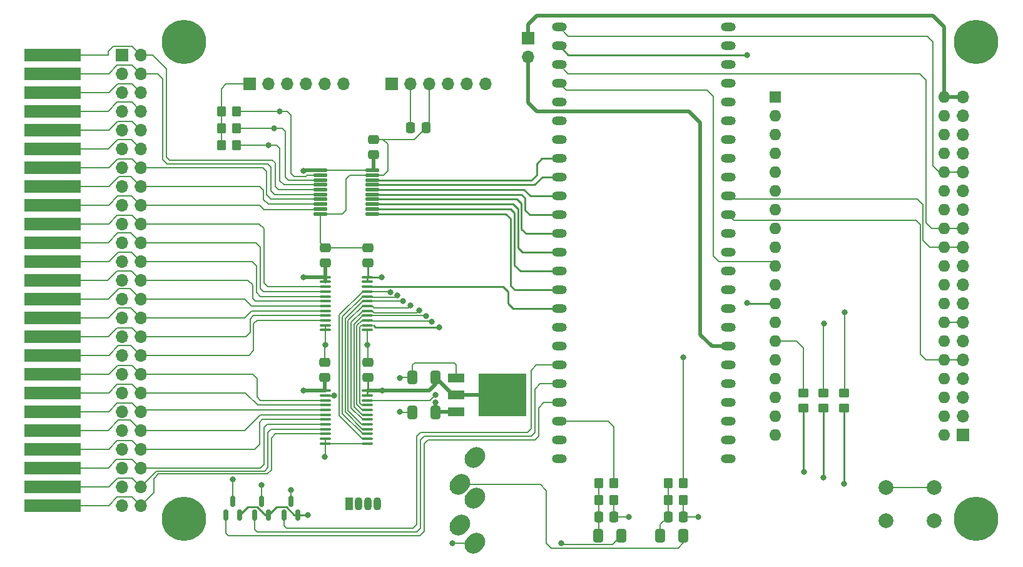
<source format=gbr>
%TF.GenerationSoftware,KiCad,Pcbnew,(6.0.11)*%
%TF.CreationDate,2023-04-29T22:06:12-07:00*%
%TF.ProjectId,TRS-IO-M3,5452532d-494f-42d4-9d33-2e6b69636164,rev?*%
%TF.SameCoordinates,Original*%
%TF.FileFunction,Copper,L1,Top*%
%TF.FilePolarity,Positive*%
%FSLAX46Y46*%
G04 Gerber Fmt 4.6, Leading zero omitted, Abs format (unit mm)*
G04 Created by KiCad (PCBNEW (6.0.11)) date 2023-04-29 22:06:12*
%MOMM*%
%LPD*%
G01*
G04 APERTURE LIST*
G04 Aperture macros list*
%AMRoundRect*
0 Rectangle with rounded corners*
0 $1 Rounding radius*
0 $2 $3 $4 $5 $6 $7 $8 $9 X,Y pos of 4 corners*
0 Add a 4 corners polygon primitive as box body*
4,1,4,$2,$3,$4,$5,$6,$7,$8,$9,$2,$3,0*
0 Add four circle primitives for the rounded corners*
1,1,$1+$1,$2,$3*
1,1,$1+$1,$4,$5*
1,1,$1+$1,$6,$7*
1,1,$1+$1,$8,$9*
0 Add four rect primitives between the rounded corners*
20,1,$1+$1,$2,$3,$4,$5,0*
20,1,$1+$1,$4,$5,$6,$7,0*
20,1,$1+$1,$6,$7,$8,$9,0*
20,1,$1+$1,$8,$9,$2,$3,0*%
%AMHorizOval*
0 Thick line with rounded ends*
0 $1 width*
0 $2 $3 position (X,Y) of the first rounded end (center of the circle)*
0 $4 $5 position (X,Y) of the second rounded end (center of the circle)*
0 Add line between two ends*
20,1,$1,$2,$3,$4,$5,0*
0 Add two circle primitives to create the rounded ends*
1,1,$1,$2,$3*
1,1,$1,$4,$5*%
G04 Aperture macros list end*
%TA.AperFunction,SMDPad,CuDef*%
%ADD10RoundRect,0.112500X-0.837500X-0.112500X0.837500X-0.112500X0.837500X0.112500X-0.837500X0.112500X0*%
%TD*%
%TA.AperFunction,ComponentPad*%
%ADD11C,6.000000*%
%TD*%
%TA.AperFunction,ComponentPad*%
%ADD12C,0.800000*%
%TD*%
%TA.AperFunction,SMDPad,CuDef*%
%ADD13RoundRect,0.250000X0.350000X0.450000X-0.350000X0.450000X-0.350000X-0.450000X0.350000X-0.450000X0*%
%TD*%
%TA.AperFunction,SMDPad,CuDef*%
%ADD14RoundRect,0.250000X-0.450000X0.350000X-0.450000X-0.350000X0.450000X-0.350000X0.450000X0.350000X0*%
%TD*%
%TA.AperFunction,ComponentPad*%
%ADD15R,1.700000X1.700000*%
%TD*%
%TA.AperFunction,ComponentPad*%
%ADD16O,1.700000X1.700000*%
%TD*%
%TA.AperFunction,SMDPad,CuDef*%
%ADD17RoundRect,0.250000X-0.475000X0.337500X-0.475000X-0.337500X0.475000X-0.337500X0.475000X0.337500X0*%
%TD*%
%TA.AperFunction,ComponentPad*%
%ADD18O,2.000000X1.200000*%
%TD*%
%TA.AperFunction,SMDPad,CuDef*%
%ADD19RoundRect,0.250000X0.475000X-0.337500X0.475000X0.337500X-0.475000X0.337500X-0.475000X-0.337500X0*%
%TD*%
%TA.AperFunction,SMDPad,CuDef*%
%ADD20R,2.200000X1.200000*%
%TD*%
%TA.AperFunction,SMDPad,CuDef*%
%ADD21R,6.400000X5.800000*%
%TD*%
%TA.AperFunction,SMDPad,CuDef*%
%ADD22RoundRect,0.100000X-0.637500X-0.100000X0.637500X-0.100000X0.637500X0.100000X-0.637500X0.100000X0*%
%TD*%
%TA.AperFunction,ComponentPad*%
%ADD23HorizOval,2.400000X-0.212132X-0.212132X0.212132X0.212132X0*%
%TD*%
%TA.AperFunction,SMDPad,CuDef*%
%ADD24RoundRect,0.150000X0.150000X-0.587500X0.150000X0.587500X-0.150000X0.587500X-0.150000X-0.587500X0*%
%TD*%
%TA.AperFunction,SMDPad,CuDef*%
%ADD25RoundRect,0.250000X-0.350000X-0.450000X0.350000X-0.450000X0.350000X0.450000X-0.350000X0.450000X0*%
%TD*%
%TA.AperFunction,SMDPad,CuDef*%
%ADD26RoundRect,0.250000X0.412500X0.650000X-0.412500X0.650000X-0.412500X-0.650000X0.412500X-0.650000X0*%
%TD*%
%TA.AperFunction,ComponentPad*%
%ADD27R,1.600000X1.600000*%
%TD*%
%TA.AperFunction,ComponentPad*%
%ADD28O,1.600000X1.600000*%
%TD*%
%TA.AperFunction,SMDPad,CuDef*%
%ADD29RoundRect,0.250000X-0.337500X-0.475000X0.337500X-0.475000X0.337500X0.475000X-0.337500X0.475000X0*%
%TD*%
%TA.AperFunction,ConnectorPad*%
%ADD30R,7.620000X1.778000*%
%TD*%
%TA.AperFunction,ComponentPad*%
%ADD31R,1.070000X1.800000*%
%TD*%
%TA.AperFunction,ComponentPad*%
%ADD32O,1.070000X1.800000*%
%TD*%
%TA.AperFunction,ComponentPad*%
%ADD33C,2.000000*%
%TD*%
%TA.AperFunction,ViaPad*%
%ADD34C,0.800000*%
%TD*%
%TA.AperFunction,Conductor*%
%ADD35C,0.200000*%
%TD*%
%TA.AperFunction,Conductor*%
%ADD36C,0.500380*%
%TD*%
%TA.AperFunction,Conductor*%
%ADD37C,0.250000*%
%TD*%
G04 APERTURE END LIST*
D10*
%TO.P,U3,1,A->B*%
%TO.N,+3V3*%
X143200000Y-78375000D03*
%TO.P,U3,2,A0*%
%TO.N,HSYNC*%
X143200000Y-79025000D03*
%TO.P,U3,3,A1*%
%TO.N,VSYNC*%
X143200000Y-79675000D03*
%TO.P,U3,4,A2*%
%TO.N,VIDEO*%
X143200000Y-80325000D03*
%TO.P,U3,5,A3*%
%TO.N,_IORQ*%
X143200000Y-80975000D03*
%TO.P,U3,6,A4*%
%TO.N,_M1*%
X143200000Y-81625000D03*
%TO.P,U3,7,A5*%
%TO.N,_RESET*%
X143200000Y-82275000D03*
%TO.P,U3,8,A6*%
%TO.N,_OUT*%
X143200000Y-82925000D03*
%TO.P,U3,9,A7*%
%TO.N,_IN*%
X143200000Y-83575000D03*
%TO.P,U3,10,GND*%
%TO.N,GND*%
X143200000Y-84225000D03*
%TO.P,U3,11,B7*%
%TO.N,_INX*%
X150200000Y-84225000D03*
%TO.P,U3,12,B6*%
%TO.N,_OUTX*%
X150200000Y-83575000D03*
%TO.P,U3,13,B5*%
%TO.N,_RESETX*%
X150200000Y-82925000D03*
%TO.P,U3,14,B4*%
%TO.N,_M1X*%
X150200000Y-82275000D03*
%TO.P,U3,15,B3*%
%TO.N,_IORQX*%
X150200000Y-81625000D03*
%TO.P,U3,16,B2*%
%TO.N,VIDEOX*%
X150200000Y-80975000D03*
%TO.P,U3,17,B1*%
%TO.N,VSYNCX*%
X150200000Y-80325000D03*
%TO.P,U3,18,B0*%
%TO.N,HSYNCX*%
X150200000Y-79675000D03*
%TO.P,U3,19,CE*%
%TO.N,GND*%
X150200000Y-79025000D03*
%TO.P,U3,20,VCC*%
%TO.N,+3V3*%
X150200000Y-78375000D03*
%TD*%
D11*
%TO.P,H1,1,1*%
%TO.N,GND*%
X124714000Y-60960000D03*
D12*
X126304990Y-62550990D03*
X123123010Y-59369010D03*
X126964000Y-60960000D03*
X124714000Y-58710000D03*
X122464000Y-60960000D03*
X124714000Y-63210000D03*
X126304990Y-59369010D03*
X123123010Y-62550990D03*
%TD*%
%TO.P,H2,1,1*%
%TO.N,GND*%
X233540990Y-62550990D03*
X234200000Y-60960000D03*
D11*
X231950000Y-60960000D03*
D12*
X229700000Y-60960000D03*
X230359010Y-62550990D03*
X230359010Y-59369010D03*
X233540990Y-59369010D03*
X231950000Y-63210000D03*
X231950000Y-58710000D03*
%TD*%
%TO.P,H3,1,1*%
%TO.N,GND*%
X126964000Y-125476000D03*
X124714000Y-127726000D03*
X126304990Y-123885010D03*
X123123010Y-127066990D03*
D11*
X124714000Y-125476000D03*
D12*
X122464000Y-125476000D03*
X124714000Y-123226000D03*
X126304990Y-127066990D03*
X123123010Y-123885010D03*
%TD*%
%TO.P,H4,1,1*%
%TO.N,GND*%
X233540990Y-123885010D03*
X229700000Y-125476000D03*
X233540990Y-127066990D03*
X231950000Y-127726000D03*
X230359010Y-123885010D03*
X234200000Y-125476000D03*
X231950000Y-123226000D03*
X230359010Y-127066990D03*
D11*
X231950000Y-125476000D03*
%TD*%
D13*
%TO.P,R9,1*%
%TO.N,VSYNC*%
X131810000Y-72644000D03*
%TO.P,R9,2*%
%TO.N,GND*%
X129810000Y-72644000D03*
%TD*%
%TO.P,R8,1*%
%TO.N,HSYNC*%
X131810000Y-70358000D03*
%TO.P,R8,2*%
%TO.N,GND*%
X129810000Y-70358000D03*
%TD*%
D14*
%TO.P,R1,1*%
%TO.N,LED_RED*%
X208534000Y-108474000D03*
%TO.P,R1,2*%
%TO.N,Net-(D1-Pad1)*%
X208534000Y-110474000D03*
%TD*%
%TO.P,R2,1*%
%TO.N,LED_GREEN*%
X214068000Y-108474000D03*
%TO.P,R2,2*%
%TO.N,Net-(D1-Pad4)*%
X214068000Y-110474000D03*
%TD*%
D15*
%TO.P,J5,1,Pin_1*%
%TO.N,GND*%
X133600000Y-66675000D03*
D16*
%TO.P,J5,2,Pin_2*%
%TO.N,VIDEO*%
X136140000Y-66675000D03*
%TO.P,J5,3,Pin_3*%
%TO.N,GND*%
X138680000Y-66675000D03*
%TO.P,J5,4,Pin_4*%
%TO.N,VSYNC*%
X141220000Y-66675000D03*
%TO.P,J5,5,Pin_5*%
%TO.N,GND*%
X143760000Y-66675000D03*
%TO.P,J5,6,Pin_6*%
%TO.N,HSYNC*%
X146300000Y-66675000D03*
%TD*%
D17*
%TO.P,C6,1*%
%TO.N,GND*%
X149650000Y-104312500D03*
%TO.P,C6,2*%
%TO.N,+1V8*%
X149650000Y-106387500D03*
%TD*%
D18*
%TO.P,U5,1,Pad_38*%
%TO.N,CS_SD_CARD*%
X175520000Y-58985000D03*
%TO.P,U5,2,Pad_37*%
%TO.N,MOSI*%
X175520000Y-61525000D03*
%TO.P,U5,3,Pad_36*%
%TO.N,SCK*%
X175520000Y-64065000D03*
%TO.P,U5,4,Pad_39*%
%TO.N,MISO*%
X175520000Y-66605000D03*
%TO.P,U5,5,Pad_25*%
%TO.N,HSYNC_O*%
X175520000Y-69145000D03*
%TO.P,U5,6,Pad_26*%
%TO.N,VSYNC_O*%
X175520000Y-71685000D03*
%TO.P,U5,7,Pad_27*%
%TO.N,VIDEO_O*%
X175520000Y-74225000D03*
%TO.P,U5,8,Pad_28*%
%TO.N,HSYNCX*%
X175520000Y-76765000D03*
%TO.P,U5,9,Pad_29*%
%TO.N,VSYNCX*%
X175520000Y-79305000D03*
%TO.P,U5,10,Pad_30*%
%TO.N,VIDEOX*%
X175520000Y-81845000D03*
%TO.P,U5,11,Pad_33*%
%TO.N,_IORQX*%
X175520000Y-84385000D03*
%TO.P,U5,12,Pad_34*%
%TO.N,_M1X*%
X175520000Y-86925000D03*
%TO.P,U5,13,Pad_40*%
%TO.N,_RESETX*%
X175520000Y-89465000D03*
%TO.P,U5,14,Pad_35*%
%TO.N,_OUTX*%
X175520000Y-92005000D03*
%TO.P,U5,15,Pad_41*%
%TO.N,_INX*%
X175520000Y-94545000D03*
%TO.P,U5,16,Pad_42*%
%TO.N,ABUS_SEL_N*%
X175520000Y-97085000D03*
%TO.P,U5,17,Pad_51*%
%TO.N,READ_N*%
X175520000Y-99625000D03*
%TO.P,U5,18,Pad_53*%
%TO.N,DBUS_SEL_N*%
X175520000Y-102165000D03*
%TO.P,U5,19,Pad_54*%
%TO.N,INT*%
X175520000Y-104705000D03*
%TO.P,U5,20,Pad_55*%
%TO.N,WAIT*%
X175520000Y-107245000D03*
%TO.P,U5,21,Pad_56*%
%TO.N,EXTIOSEL*%
X175520000Y-109785000D03*
%TO.P,U5,22,Pad_57*%
%TO.N,CASS_OUT_LEFT*%
X175520000Y-112325000D03*
%TO.P,U5,23,Pad_68*%
%TO.N,unconnected-(U5-Pad23)*%
X175520000Y-114865000D03*
%TO.P,U5,24,Pad_69*%
%TO.N,unconnected-(U5-Pad24)*%
X175520000Y-117405000D03*
%TO.P,U5,25,3V3*%
%TO.N,+3V3*%
X198420000Y-117405000D03*
%TO.P,U5,26,GND*%
%TO.N,GND*%
X198420000Y-114865000D03*
%TO.P,U5,27,Pad_32*%
%TO.N,ESP_S2*%
X198420000Y-112325000D03*
%TO.P,U5,28,Pad_31*%
%TO.N,ESP_S1*%
X198420000Y-109785000D03*
%TO.P,U5,29,Pad_49*%
%TO.N,ESP_S0*%
X198420000Y-107245000D03*
%TO.P,U5,30,Pad_48*%
%TO.N,CS_FPGA*%
X198420000Y-104705000D03*
%TO.P,U5,31,5V*%
%TO.N,VU*%
X198420000Y-102165000D03*
%TO.P,U5,32,Pad_70*%
%TO.N,unconnected-(U5-Pad32)*%
X198420000Y-99625000D03*
%TO.P,U5,33,Pad_71*%
%TO.N,unconnected-(U5-Pad33)*%
X198420000Y-97085000D03*
%TO.P,U5,34,Pad_72*%
%TO.N,unconnected-(U5-Pad34)*%
X198420000Y-94545000D03*
%TO.P,U5,35,Pad_73*%
%TO.N,unconnected-(U5-Pad35)*%
X198420000Y-92005000D03*
%TO.P,U5,36,Pad_74*%
%TO.N,unconnected-(U5-Pad36)*%
X198420000Y-89465000D03*
%TO.P,U5,37,Pad_75*%
%TO.N,unconnected-(U5-Pad37)*%
X198420000Y-86925000D03*
%TO.P,U5,38,Pad_76*%
%TO.N,REQ*%
X198420000Y-84385000D03*
%TO.P,U5,39,Pad_77*%
%TO.N,DONE*%
X198420000Y-81845000D03*
%TO.P,U5,40,Pad_79*%
%TO.N,A0D7*%
X198420000Y-79305000D03*
%TO.P,U5,41,Pad_80*%
%TO.N,A1D6*%
X198420000Y-76765000D03*
%TO.P,U5,42,Pad_81*%
%TO.N,A2D5*%
X198420000Y-74225000D03*
%TO.P,U5,43,Pad_82*%
%TO.N,A3D4*%
X198420000Y-71685000D03*
%TO.P,U5,44,Pad_83*%
%TO.N,A4D3*%
X198420000Y-69145000D03*
%TO.P,U5,45,Pad_84*%
%TO.N,A5D2*%
X198420000Y-66605000D03*
%TO.P,U5,46,Pad_85*%
%TO.N,A6D1*%
X198420000Y-64065000D03*
%TO.P,U5,47,Pad_86*%
%TO.N,A7D0*%
X198420000Y-61525000D03*
%TO.P,U5,48,Pad_63*%
%TO.N,CASS_OUT_RIGHT*%
X198420000Y-58985000D03*
%TD*%
D19*
%TO.P,C1,1*%
%TO.N,+3V3*%
X143850000Y-90887500D03*
%TO.P,C1,2*%
%TO.N,GND*%
X143850000Y-88812500D03*
%TD*%
D17*
%TO.P,C7,1*%
%TO.N,GND*%
X150400000Y-74162500D03*
%TO.P,C7,2*%
%TO.N,+3V3*%
X150400000Y-76237500D03*
%TD*%
D20*
%TO.P,U4,1,GND*%
%TO.N,GND*%
X161544000Y-106433000D03*
%TO.P,U4,2,VO*%
%TO.N,+1V8*%
X161544000Y-108713000D03*
D21*
X167844000Y-108713000D03*
D20*
%TO.P,U4,3,VI*%
%TO.N,+3V3*%
X161544000Y-110993000D03*
%TD*%
D22*
%TO.P,U2,1,VCCA*%
%TO.N,+3V3*%
X143837500Y-108175000D03*
%TO.P,U2,2,DIR*%
%TO.N,READ_N*%
X143837500Y-108825000D03*
%TO.P,U2,3,A1*%
%TO.N,D7*%
X143837500Y-109475000D03*
%TO.P,U2,4,A2*%
%TO.N,D6*%
X143837500Y-110125000D03*
%TO.P,U2,5,A3*%
%TO.N,D5*%
X143837500Y-110775000D03*
%TO.P,U2,6,A4*%
%TO.N,D4*%
X143837500Y-111425000D03*
%TO.P,U2,7,A5*%
%TO.N,D3*%
X143837500Y-112075000D03*
%TO.P,U2,8,A6*%
%TO.N,D2*%
X143837500Y-112725000D03*
%TO.P,U2,9,A7*%
%TO.N,D1*%
X143837500Y-113375000D03*
%TO.P,U2,10,A8*%
%TO.N,D0*%
X143837500Y-114025000D03*
%TO.P,U2,11,GND*%
%TO.N,GND*%
X143837500Y-114675000D03*
%TO.P,U2,12,GND*%
X143837500Y-115325000D03*
%TO.P,U2,13,GND*%
X149562500Y-115325000D03*
%TO.P,U2,14,B8*%
%TO.N,A7D0*%
X149562500Y-114675000D03*
%TO.P,U2,15,B7*%
%TO.N,A6D1*%
X149562500Y-114025000D03*
%TO.P,U2,16,B6*%
%TO.N,A5D2*%
X149562500Y-113375000D03*
%TO.P,U2,17,B5*%
%TO.N,A4D3*%
X149562500Y-112725000D03*
%TO.P,U2,18,B4*%
%TO.N,A3D4*%
X149562500Y-112075000D03*
%TO.P,U2,19,B3*%
%TO.N,A2D5*%
X149562500Y-111425000D03*
%TO.P,U2,20,B2*%
%TO.N,A1D6*%
X149562500Y-110775000D03*
%TO.P,U2,21,B1*%
%TO.N,A0D7*%
X149562500Y-110125000D03*
%TO.P,U2,22,OEn*%
%TO.N,DBUS_SEL_N*%
X149562500Y-109475000D03*
%TO.P,U2,23,VCCB*%
%TO.N,+1V8*%
X149562500Y-108825000D03*
%TO.P,U2,24,VCCB*%
X149562500Y-108175000D03*
%TD*%
D17*
%TO.P,C3,1*%
%TO.N,GND*%
X149600000Y-88812500D03*
%TO.P,C3,2*%
%TO.N,+1V8*%
X149600000Y-90887500D03*
%TD*%
D23*
%TO.P,J7,R*%
%TO.N,Net-(C12-Pad1)*%
X162084000Y-120878000D03*
%TO.P,J7,RN*%
%TO.N,N/C*%
X164084000Y-122678000D03*
%TO.P,J7,S*%
%TO.N,GND*%
X164084000Y-128778000D03*
%TO.P,J7,T*%
%TO.N,Net-(C11-Pad1)*%
X162084000Y-126378000D03*
%TO.P,J7,TN*%
%TO.N,N/C*%
X164084000Y-117178000D03*
%TD*%
D24*
%TO.P,Q2,1,G*%
%TO.N,WAIT*%
X134279600Y-124991100D03*
%TO.P,Q2,2,S*%
%TO.N,GND*%
X136179600Y-124991100D03*
%TO.P,Q2,3,D*%
%TO.N,_IOWAIT*%
X135229600Y-123116100D03*
%TD*%
D25*
%TO.P,R7,1*%
%TO.N,Net-(C10-Pad1)*%
X190262000Y-122936000D03*
%TO.P,R7,2*%
%TO.N,GND*%
X192262000Y-122936000D03*
%TD*%
D26*
%TO.P,C4,1*%
%TO.N,+1V8*%
X158781500Y-106338000D03*
%TO.P,C4,2*%
%TO.N,GND*%
X155656500Y-106338000D03*
%TD*%
D15*
%TO.P,J4,1,Pin_1*%
%TO.N,+5V*%
X171300000Y-60475000D03*
D16*
%TO.P,J4,2,Pin_2*%
%TO.N,VU*%
X171300000Y-63015000D03*
%TD*%
D26*
%TO.P,C12,1*%
%TO.N,Net-(C12-Pad1)*%
X192316500Y-127762000D03*
%TO.P,C12,2*%
%TO.N,Net-(C10-Pad1)*%
X189191500Y-127762000D03*
%TD*%
D27*
%TO.P,U6,1,GPIO6*%
%TO.N,unconnected-(U6-Pad1)*%
X204750000Y-68400000D03*
D28*
%TO.P,U6,2,GPIO7*%
%TO.N,unconnected-(U6-Pad2)*%
X204750000Y-70940000D03*
%TO.P,U6,3,GPIO8*%
%TO.N,unconnected-(U6-Pad3)*%
X204750000Y-73480000D03*
%TO.P,U6,4,GPIO15*%
%TO.N,CS_FPGA*%
X204750000Y-76020000D03*
%TO.P,U6,5,GPIO2*%
%TO.N,unconnected-(U6-Pad5)*%
X204750000Y-78560000D03*
%TO.P,U6,6,GPIO0*%
%TO.N,unconnected-(U6-Pad6)*%
X204750000Y-81100000D03*
%TO.P,U6,7,GPIO4*%
%TO.N,LED_GREEN*%
X204750000Y-83640000D03*
%TO.P,U6,8,GPIO16*%
%TO.N,ESP_S0*%
X204750000Y-86180000D03*
%TO.P,U6,9,GPIO17*%
%TO.N,ESP_S1*%
X204750000Y-88720000D03*
%TO.P,U6,10,GPIO5*%
%TO.N,MISO*%
X204750000Y-91260000D03*
%TO.P,U6,11,GPIO18*%
%TO.N,ESP_S2*%
X204750000Y-93800000D03*
%TO.P,U6,12,GPIO19*%
%TO.N,MOSI*%
X204750000Y-96340000D03*
%TO.P,U6,13,GND*%
%TO.N,GND*%
X204750000Y-98880000D03*
%TO.P,U6,14,GPIO21*%
%TO.N,LED_RED*%
X204750000Y-101420000D03*
%TO.P,U6,15,GPIO3*%
%TO.N,unconnected-(U6-Pad15)*%
X204750000Y-103960000D03*
%TO.P,U6,16,GPIO1*%
%TO.N,unconnected-(U6-Pad16)*%
X204750000Y-106500000D03*
%TO.P,U6,17,GPIO22*%
%TO.N,BUTTON*%
X204750000Y-109040000D03*
%TO.P,U6,18,GPIO23*%
%TO.N,unconnected-(U6-Pad18)*%
X204750000Y-111580000D03*
%TO.P,U6,19,GND*%
%TO.N,GND*%
X204750000Y-114120000D03*
%TO.P,U6,20,3V3*%
%TO.N,unconnected-(U6-Pad20)*%
X227610000Y-114120000D03*
%TO.P,U6,21,RESET*%
%TO.N,unconnected-(U6-Pad21)*%
X227610000Y-111580000D03*
%TO.P,U6,22,GPIO36*%
%TO.N,unconnected-(U6-Pad22)*%
X227610000Y-109040000D03*
%TO.P,U6,23,GPIO39*%
%TO.N,unconnected-(U6-Pad23)*%
X227610000Y-106500000D03*
%TO.P,U6,24,GPIO34*%
%TO.N,REQ*%
X227610000Y-103960000D03*
%TO.P,U6,25,GPIO35*%
%TO.N,unconnected-(U6-Pad25)*%
X227610000Y-101420000D03*
%TO.P,U6,26,GPIO32*%
%TO.N,LED_BLUE*%
X227610000Y-98880000D03*
%TO.P,U6,27,GPIO33*%
%TO.N,unconnected-(U6-Pad27)*%
X227610000Y-96340000D03*
%TO.P,U6,28,GPIO25*%
%TO.N,unconnected-(U6-Pad28)*%
X227610000Y-93800000D03*
%TO.P,U6,29,GPIO26*%
%TO.N,unconnected-(U6-Pad29)*%
X227610000Y-91260000D03*
%TO.P,U6,30,GPIO27*%
%TO.N,DONE*%
X227610000Y-88720000D03*
%TO.P,U6,31,GPIO14*%
%TO.N,SCK*%
X227610000Y-86180000D03*
%TO.P,U6,32,GPIO12*%
%TO.N,unconnected-(U6-Pad32)*%
X227610000Y-83640000D03*
%TO.P,U6,33,GND*%
%TO.N,GND*%
X227610000Y-81100000D03*
%TO.P,U6,34,GPIO13*%
%TO.N,CS_SD_CARD*%
X227610000Y-78560000D03*
%TO.P,U6,35,GPIO9*%
%TO.N,unconnected-(U6-Pad35)*%
X227610000Y-76020000D03*
%TO.P,U6,36,GPIO10*%
%TO.N,unconnected-(U6-Pad36)*%
X227610000Y-73480000D03*
%TO.P,U6,37,GPIO11*%
%TO.N,unconnected-(U6-Pad37)*%
X227610000Y-70940000D03*
%TO.P,U6,38,5V*%
%TO.N,+5V*%
X227610000Y-68463500D03*
%TD*%
D29*
%TO.P,C9,1*%
%TO.N,Net-(C11-Pad2)*%
X180826500Y-125222000D03*
%TO.P,C9,2*%
%TO.N,GND*%
X182901500Y-125222000D03*
%TD*%
D30*
%TO.P,J1,1,Pin_1*%
%TO.N,D0*%
X106934000Y-123698000D03*
%TO.P,J1,3,Pin_3*%
%TO.N,D1*%
X106934000Y-121158000D03*
%TO.P,J1,5,Pin_5*%
%TO.N,D2*%
X106934000Y-118618000D03*
%TO.P,J1,7,Pin_7*%
%TO.N,D3*%
X106934000Y-116078000D03*
%TO.P,J1,9,Pin_9*%
%TO.N,D4*%
X106934000Y-113538000D03*
%TO.P,J1,11,Pin_11*%
%TO.N,D5*%
X106934000Y-110998000D03*
%TO.P,J1,13,Pin_13*%
%TO.N,D6*%
X106934000Y-108458000D03*
%TO.P,J1,15,Pin_15*%
%TO.N,D7*%
X106934000Y-105918000D03*
%TO.P,J1,17,Pin_17*%
%TO.N,A0*%
X106934000Y-103378000D03*
%TO.P,J1,19,Pin_19*%
%TO.N,A1*%
X106934000Y-100838000D03*
%TO.P,J1,21,Pin_21*%
%TO.N,A2*%
X106934000Y-98298000D03*
%TO.P,J1,23,Pin_23*%
%TO.N,A3*%
X106934000Y-95758000D03*
%TO.P,J1,25,Pin_25*%
%TO.N,A4*%
X106934000Y-93218000D03*
%TO.P,J1,27,Pin_27*%
%TO.N,A5*%
X106934000Y-90678000D03*
%TO.P,J1,29,Pin_29*%
%TO.N,A6*%
X106934000Y-88138000D03*
%TO.P,J1,31,Pin_31*%
%TO.N,A7*%
X106934000Y-85598000D03*
%TO.P,J1,33,Pin_33*%
%TO.N,_IN*%
X106934000Y-83058000D03*
%TO.P,J1,35,Pin_35*%
%TO.N,_OUT*%
X106934000Y-80518000D03*
%TO.P,J1,37,Pin_37*%
%TO.N,_RESET*%
X106934000Y-77978000D03*
%TO.P,J1,39,Pin_39*%
%TO.N,_IOINT*%
X106934000Y-75438000D03*
%TO.P,J1,41,Pin_41*%
%TO.N,_IOWAIT*%
X106934000Y-72898000D03*
%TO.P,J1,43,Pin_43*%
%TO.N,_EXTIOSEL*%
X106934000Y-70358000D03*
%TO.P,J1,45,Pin_45*%
%TO.N,NC*%
X106934000Y-67818000D03*
%TO.P,J1,47,Pin_47*%
%TO.N,_M1*%
X106934000Y-65278000D03*
%TO.P,J1,49,Pin_49*%
%TO.N,_IORQ*%
X106934000Y-62738000D03*
%TD*%
D24*
%TO.P,Q1,1,G*%
%TO.N,INT*%
X138242000Y-124991100D03*
%TO.P,Q1,2,S*%
%TO.N,GND*%
X140142000Y-124991100D03*
%TO.P,Q1,3,D*%
%TO.N,_IOINT*%
X139192000Y-123116100D03*
%TD*%
D15*
%TO.P,J6,1,Pin_1*%
%TO.N,GND*%
X152800000Y-66675000D03*
D16*
%TO.P,J6,2,Pin_2*%
%TO.N,VIDEO_O*%
X155340000Y-66675000D03*
%TO.P,J6,3,Pin_3*%
%TO.N,GND*%
X157880000Y-66675000D03*
%TO.P,J6,4,Pin_4*%
%TO.N,VSYNC_O*%
X160420000Y-66675000D03*
%TO.P,J6,5,Pin_5*%
%TO.N,GND*%
X162960000Y-66675000D03*
%TO.P,J6,6,Pin_6*%
%TO.N,HSYNC_O*%
X165500000Y-66675000D03*
%TD*%
D14*
%TO.P,R3,1*%
%TO.N,LED_BLUE*%
X211274000Y-108474000D03*
%TO.P,R3,2*%
%TO.N,Net-(D1-Pad3)*%
X211274000Y-110474000D03*
%TD*%
D29*
%TO.P,C10,1*%
%TO.N,Net-(C10-Pad1)*%
X190224500Y-125222000D03*
%TO.P,C10,2*%
%TO.N,GND*%
X192299500Y-125222000D03*
%TD*%
D25*
%TO.P,R4,1*%
%TO.N,Net-(C11-Pad2)*%
X180864000Y-120650000D03*
%TO.P,R4,2*%
%TO.N,CASS_OUT_LEFT*%
X182864000Y-120650000D03*
%TD*%
%TO.P,R6,1*%
%TO.N,Net-(C11-Pad2)*%
X180864000Y-122936000D03*
%TO.P,R6,2*%
%TO.N,GND*%
X182864000Y-122936000D03*
%TD*%
D31*
%TO.P,D1,1,RA*%
%TO.N,Net-(D1-Pad1)*%
X147045600Y-123444000D03*
D32*
%TO.P,D1,2,K*%
%TO.N,GND*%
X148315600Y-123444000D03*
%TO.P,D1,3,BA*%
%TO.N,Net-(D1-Pad3)*%
X149585600Y-123444000D03*
%TO.P,D1,4,GA*%
%TO.N,Net-(D1-Pad4)*%
X150855600Y-123444000D03*
%TD*%
D25*
%TO.P,R5,1*%
%TO.N,Net-(C10-Pad1)*%
X190262000Y-120650000D03*
%TO.P,R5,2*%
%TO.N,CASS_OUT_RIGHT*%
X192262000Y-120650000D03*
%TD*%
D16*
%TO.P,J2,1,Pin_1*%
%TO.N,D0*%
X118867000Y-123703000D03*
%TO.P,J2,2,Pin_2*%
%TO.N,GND*%
X116327000Y-123703000D03*
%TO.P,J2,3,Pin_3*%
%TO.N,D1*%
X118867000Y-121163000D03*
%TO.P,J2,4,Pin_4*%
%TO.N,GND*%
X116327000Y-121163000D03*
%TO.P,J2,5,Pin_5*%
%TO.N,D2*%
X118867000Y-118623000D03*
%TO.P,J2,6,Pin_6*%
%TO.N,GND*%
X116327000Y-118623000D03*
%TO.P,J2,7,Pin_7*%
%TO.N,D3*%
X118867000Y-116083000D03*
%TO.P,J2,8,Pin_8*%
%TO.N,GND*%
X116327000Y-116083000D03*
%TO.P,J2,9,Pin_9*%
%TO.N,D4*%
X118867000Y-113543000D03*
%TO.P,J2,10,Pin_10*%
%TO.N,GND*%
X116327000Y-113543000D03*
%TO.P,J2,11,Pin_11*%
%TO.N,D5*%
X118867000Y-111003000D03*
%TO.P,J2,12,Pin_12*%
%TO.N,GND*%
X116327000Y-111003000D03*
%TO.P,J2,13,Pin_13*%
%TO.N,D6*%
X118867000Y-108463000D03*
%TO.P,J2,14,Pin_14*%
%TO.N,GND*%
X116327000Y-108463000D03*
%TO.P,J2,15,Pin_15*%
%TO.N,D7*%
X118867000Y-105923000D03*
%TO.P,J2,16,Pin_16*%
%TO.N,GND*%
X116327000Y-105923000D03*
%TO.P,J2,17,Pin_17*%
%TO.N,A0*%
X118867000Y-103383000D03*
%TO.P,J2,18,Pin_18*%
%TO.N,GND*%
X116327000Y-103383000D03*
%TO.P,J2,19,Pin_19*%
%TO.N,A1*%
X118867000Y-100843000D03*
%TO.P,J2,20,Pin_20*%
%TO.N,GND*%
X116327000Y-100843000D03*
%TO.P,J2,21,Pin_21*%
%TO.N,A2*%
X118867000Y-98303000D03*
%TO.P,J2,22,Pin_22*%
%TO.N,GND*%
X116327000Y-98303000D03*
%TO.P,J2,23,Pin_23*%
%TO.N,A3*%
X118867000Y-95763000D03*
%TO.P,J2,24,Pin_24*%
%TO.N,GND*%
X116327000Y-95763000D03*
%TO.P,J2,25,Pin_25*%
%TO.N,A4*%
X118867000Y-93223000D03*
%TO.P,J2,26,Pin_26*%
%TO.N,GND*%
X116327000Y-93223000D03*
%TO.P,J2,27,Pin_27*%
%TO.N,A5*%
X118867000Y-90683000D03*
%TO.P,J2,28,Pin_28*%
%TO.N,GND*%
X116327000Y-90683000D03*
%TO.P,J2,29,Pin_29*%
%TO.N,A6*%
X118867000Y-88143000D03*
%TO.P,J2,30,Pin_30*%
%TO.N,GND*%
X116327000Y-88143000D03*
%TO.P,J2,31,Pin_31*%
%TO.N,A7*%
X118867000Y-85603000D03*
%TO.P,J2,32,Pin_32*%
%TO.N,GND*%
X116327000Y-85603000D03*
%TO.P,J2,33,Pin_33*%
%TO.N,_IN*%
X118867000Y-83063000D03*
%TO.P,J2,34,Pin_34*%
%TO.N,GND*%
X116327000Y-83063000D03*
%TO.P,J2,35,Pin_35*%
%TO.N,_OUT*%
X118867000Y-80523000D03*
%TO.P,J2,36,Pin_36*%
%TO.N,GND*%
X116327000Y-80523000D03*
%TO.P,J2,37,Pin_37*%
%TO.N,_RESET*%
X118867000Y-77983000D03*
%TO.P,J2,38,Pin_38*%
%TO.N,GND*%
X116327000Y-77983000D03*
%TO.P,J2,39,Pin_39*%
%TO.N,_IOINT*%
X118867000Y-75443000D03*
%TO.P,J2,40,Pin_40*%
%TO.N,GND*%
X116327000Y-75443000D03*
%TO.P,J2,41,Pin_41*%
%TO.N,_IOWAIT*%
X118867000Y-72903000D03*
%TO.P,J2,42,Pin_42*%
%TO.N,GND*%
X116327000Y-72903000D03*
%TO.P,J2,43,Pin_43*%
%TO.N,_EXTIOSEL*%
X118867000Y-70363000D03*
%TO.P,J2,44,Pin_44*%
%TO.N,GND*%
X116327000Y-70363000D03*
%TO.P,J2,45,Pin_45*%
%TO.N,NC*%
X118867000Y-67823000D03*
%TO.P,J2,46,Pin_46*%
%TO.N,GND*%
X116327000Y-67823000D03*
%TO.P,J2,47,Pin_47*%
%TO.N,_M1*%
X118867000Y-65283000D03*
%TO.P,J2,48,Pin_48*%
%TO.N,GND*%
X116327000Y-65283000D03*
%TO.P,J2,49,Pin_49*%
%TO.N,_IORQ*%
X118867000Y-62743000D03*
D15*
%TO.P,J2,50,Pin_50*%
%TO.N,GND*%
X116327000Y-62743000D03*
%TD*%
D26*
%TO.P,C11,1*%
%TO.N,Net-(C11-Pad1)*%
X183934500Y-127762000D03*
%TO.P,C11,2*%
%TO.N,Net-(C11-Pad2)*%
X180809500Y-127762000D03*
%TD*%
D19*
%TO.P,C2,1*%
%TO.N,+3V3*%
X143800000Y-106387500D03*
%TO.P,C2,2*%
%TO.N,GND*%
X143800000Y-104312500D03*
%TD*%
D33*
%TO.P,SW1,1,1*%
%TO.N,GND*%
X226250000Y-125750000D03*
X219750000Y-125750000D03*
%TO.P,SW1,2,2*%
%TO.N,BUTTON*%
X226250000Y-121250000D03*
X219750000Y-121250000D03*
%TD*%
D22*
%TO.P,U1,1,VCCA*%
%TO.N,+3V3*%
X143837500Y-92800000D03*
%TO.P,U1,2,DIR*%
X143837500Y-93450000D03*
%TO.P,U1,3,A1*%
%TO.N,A7*%
X143837500Y-94100000D03*
%TO.P,U1,4,A2*%
%TO.N,A6*%
X143837500Y-94750000D03*
%TO.P,U1,5,A3*%
%TO.N,A5*%
X143837500Y-95400000D03*
%TO.P,U1,6,A4*%
%TO.N,A4*%
X143837500Y-96050000D03*
%TO.P,U1,7,A5*%
%TO.N,A3*%
X143837500Y-96700000D03*
%TO.P,U1,8,A6*%
%TO.N,A2*%
X143837500Y-97350000D03*
%TO.P,U1,9,A7*%
%TO.N,A1*%
X143837500Y-98000000D03*
%TO.P,U1,10,A8*%
%TO.N,A0*%
X143837500Y-98650000D03*
%TO.P,U1,11,GND*%
%TO.N,GND*%
X143837500Y-99300000D03*
%TO.P,U1,12,GND*%
X143837500Y-99950000D03*
%TO.P,U1,13,GND*%
X149562500Y-99950000D03*
%TO.P,U1,14,B8*%
%TO.N,A0D7*%
X149562500Y-99300000D03*
%TO.P,U1,15,B7*%
%TO.N,A1D6*%
X149562500Y-98650000D03*
%TO.P,U1,16,B6*%
%TO.N,A2D5*%
X149562500Y-98000000D03*
%TO.P,U1,17,B5*%
%TO.N,A3D4*%
X149562500Y-97350000D03*
%TO.P,U1,18,B4*%
%TO.N,A4D3*%
X149562500Y-96700000D03*
%TO.P,U1,19,B3*%
%TO.N,A5D2*%
X149562500Y-96050000D03*
%TO.P,U1,20,B2*%
%TO.N,A6D1*%
X149562500Y-95400000D03*
%TO.P,U1,21,B1*%
%TO.N,A7D0*%
X149562500Y-94750000D03*
%TO.P,U1,22,OEn*%
%TO.N,ABUS_SEL_N*%
X149562500Y-94100000D03*
%TO.P,U1,23,VCCB*%
%TO.N,+1V8*%
X149562500Y-93450000D03*
%TO.P,U1,24,VCCB*%
X149562500Y-92800000D03*
%TD*%
D26*
%TO.P,C5,1*%
%TO.N,+3V3*%
X158731500Y-111138000D03*
%TO.P,C5,2*%
%TO.N,GND*%
X155606500Y-111138000D03*
%TD*%
D29*
%TO.P,C8,1*%
%TO.N,VIDEO_O*%
X155375000Y-72550000D03*
%TO.P,C8,2*%
%TO.N,GND*%
X157450000Y-72550000D03*
%TD*%
D15*
%TO.P,J3,1,Pin_1*%
%TO.N,unconnected-(J3-Pad1)*%
X230150000Y-114150000D03*
D16*
%TO.P,J3,2,Pin_2*%
%TO.N,unconnected-(J3-Pad2)*%
X230150000Y-111610000D03*
%TO.P,J3,3,Pin_3*%
%TO.N,unconnected-(J3-Pad3)*%
X230150000Y-109070000D03*
%TO.P,J3,4,Pin_4*%
%TO.N,unconnected-(J3-Pad4)*%
X230150000Y-106530000D03*
%TO.P,J3,5,Pin_5*%
%TO.N,REQ*%
X230150000Y-103990000D03*
%TO.P,J3,6,Pin_6*%
%TO.N,unconnected-(J3-Pad6)*%
X230150000Y-101450000D03*
%TO.P,J3,7,Pin_7*%
%TO.N,LED_BLUE*%
X230150000Y-98910000D03*
%TO.P,J3,8,Pin_8*%
%TO.N,unconnected-(J3-Pad8)*%
X230150000Y-96370000D03*
%TO.P,J3,9,Pin_9*%
%TO.N,unconnected-(J3-Pad9)*%
X230150000Y-93830000D03*
%TO.P,J3,10,Pin_10*%
%TO.N,unconnected-(J3-Pad10)*%
X230150000Y-91290000D03*
%TO.P,J3,11,Pin_11*%
%TO.N,DONE*%
X230150000Y-88750000D03*
%TO.P,J3,12,Pin_12*%
%TO.N,SCK*%
X230150000Y-86210000D03*
%TO.P,J3,13,Pin_13*%
%TO.N,unconnected-(J3-Pad13)*%
X230150000Y-83670000D03*
%TO.P,J3,14,Pin_14*%
%TO.N,GND*%
X230150000Y-81130000D03*
%TO.P,J3,15,Pin_15*%
%TO.N,CS_SD_CARD*%
X230150000Y-78590000D03*
%TO.P,J3,16,Pin_16*%
%TO.N,unconnected-(J3-Pad16)*%
X230150000Y-76050000D03*
%TO.P,J3,17,Pin_17*%
%TO.N,unconnected-(J3-Pad17)*%
X230150000Y-73510000D03*
%TO.P,J3,18,Pin_18*%
%TO.N,unconnected-(J3-Pad18)*%
X230150000Y-70970000D03*
%TO.P,J3,19,Pin_19*%
%TO.N,+5V*%
X230150000Y-68430000D03*
%TD*%
D13*
%TO.P,R10,1*%
%TO.N,VIDEO*%
X131810000Y-74930000D03*
%TO.P,R10,2*%
%TO.N,GND*%
X129810000Y-74930000D03*
%TD*%
D24*
%TO.P,Q3,1,G*%
%TO.N,EXTIOSEL*%
X130368000Y-124991100D03*
%TO.P,Q3,2,S*%
%TO.N,GND*%
X132268000Y-124991100D03*
%TO.P,Q3,3,D*%
%TO.N,_EXTIOSEL*%
X131318000Y-123116100D03*
%TD*%
D34*
%TO.N,GND*%
X149550000Y-101950000D03*
X184912000Y-125222000D03*
X143750000Y-117150000D03*
X153924000Y-110998000D03*
X161036000Y-128778000D03*
X153924000Y-106426000D03*
X194310000Y-125222000D03*
X141478000Y-125018800D03*
X143850000Y-101950000D03*
%TO.N,+3V3*%
X158750000Y-109728000D03*
X140900000Y-78450000D03*
X140900000Y-92800000D03*
X140900000Y-108150000D03*
%TO.N,_IOINT*%
X139192000Y-121615200D03*
%TO.N,_IOWAIT*%
X135229600Y-120904000D03*
%TO.N,_EXTIOSEL*%
X131318000Y-120142000D03*
%TO.N,A2D5*%
X157480000Y-98044000D03*
%TO.N,A0D7*%
X159258000Y-99568000D03*
%TO.N,A1D6*%
X158242000Y-98806000D03*
%TO.N,+1V8*%
X151500000Y-92850000D03*
X151525000Y-108175000D03*
%TO.N,VIDEO*%
X136144000Y-74930000D03*
%TO.N,VSYNC*%
X136906000Y-72644000D03*
%TO.N,HSYNC*%
X137668000Y-70358000D03*
%TO.N,MOSI*%
X200914000Y-62738000D03*
X200914000Y-96266000D03*
%TO.N,A3D4*%
X156550000Y-97300000D03*
%TO.N,A4D3*%
X155400000Y-96650000D03*
%TO.N,A5D2*%
X154350000Y-96050000D03*
%TO.N,READ_N*%
X145025500Y-108850000D03*
%TO.N,A6D1*%
X153582448Y-95293852D03*
%TO.N,A7D0*%
X152700000Y-94824500D03*
%TO.N,DBUS_SEL_N*%
X158750000Y-108712000D03*
%TO.N,LED_GREEN*%
X214122000Y-97536000D03*
%TO.N,LED_BLUE*%
X211328000Y-99060000D03*
%TO.N,Net-(D1-Pad4)*%
X214071200Y-120751600D03*
%TO.N,Net-(D1-Pad3)*%
X211277200Y-119938800D03*
%TO.N,Net-(D1-Pad1)*%
X208584800Y-119176800D03*
%TO.N,Net-(C11-Pad1)*%
X175768000Y-128778000D03*
%TO.N,CASS_OUT_RIGHT*%
X192278000Y-103632000D03*
%TD*%
D35*
%TO.N,_M1*%
X136975000Y-81625000D02*
X143200000Y-81625000D01*
X136072400Y-77500000D02*
X136450000Y-77877600D01*
X122400000Y-77500000D02*
X136072400Y-77500000D01*
X136450000Y-81100000D02*
X136975000Y-81625000D01*
X136450000Y-77877600D02*
X136450000Y-81100000D01*
X121800000Y-76900000D02*
X122400000Y-77500000D01*
X121133000Y-65283000D02*
X121800000Y-65950000D01*
X118867000Y-65283000D02*
X121133000Y-65283000D01*
X121800000Y-65950000D02*
X121800000Y-76900000D01*
%TO.N,D2*%
X135021400Y-118623000D02*
X118867000Y-118623000D01*
X135550000Y-118094400D02*
X135021400Y-118623000D01*
X135550000Y-113166800D02*
X135550000Y-118094400D01*
X135991800Y-112725000D02*
X135550000Y-113166800D01*
X143837500Y-112725000D02*
X135991800Y-112725000D01*
%TO.N,D0*%
X137076400Y-114025000D02*
X143837500Y-114025000D01*
X135999400Y-119423000D02*
X136550000Y-118872400D01*
X121277000Y-119423000D02*
X135999400Y-119423000D01*
X120650000Y-120050000D02*
X121277000Y-119423000D01*
X136550000Y-118872400D02*
X136550000Y-114551400D01*
X120650000Y-121920000D02*
X120650000Y-120050000D01*
X118867000Y-123703000D02*
X120650000Y-121920000D01*
X136550000Y-114551400D02*
X137076400Y-114025000D01*
%TO.N,D1*%
X135637400Y-119023000D02*
X121007000Y-119023000D01*
X121007000Y-119023000D02*
X118867000Y-121163000D01*
X136100000Y-118560400D02*
X135637400Y-119023000D01*
X136100000Y-113800000D02*
X136100000Y-118560400D01*
X136525000Y-113375000D02*
X136100000Y-113800000D01*
X143837500Y-113375000D02*
X136525000Y-113375000D01*
%TO.N,INT*%
X138242000Y-126405600D02*
X138242000Y-124991100D01*
X138582400Y-126746000D02*
X138242000Y-126405600D01*
X155702000Y-126746000D02*
X138582400Y-126746000D01*
X171196000Y-113792000D02*
X156718000Y-113792000D01*
X156210000Y-126238000D02*
X155702000Y-126746000D01*
X171704000Y-113284000D02*
X171196000Y-113792000D01*
X156718000Y-113792000D02*
X156210000Y-114300000D01*
X172409000Y-104705000D02*
X171704000Y-105410000D01*
X156210000Y-114300000D02*
X156210000Y-126238000D01*
X175520000Y-104705000D02*
X172409000Y-104705000D01*
X171704000Y-105410000D02*
X171704000Y-113284000D01*
%TO.N,EXTIOSEL*%
X130368000Y-127421600D02*
X130368000Y-124991100D01*
X130708400Y-127762000D02*
X130368000Y-127421600D01*
X156667200Y-127762000D02*
X130708400Y-127762000D01*
X157226000Y-115316000D02*
X157226000Y-127203200D01*
X172212000Y-114808000D02*
X157734000Y-114808000D01*
X157734000Y-114808000D02*
X157226000Y-115316000D01*
X173425000Y-109785000D02*
X172720000Y-110490000D01*
X172720000Y-110490000D02*
X172720000Y-114300000D01*
X157226000Y-127203200D02*
X156667200Y-127762000D01*
X175520000Y-109785000D02*
X173425000Y-109785000D01*
X172720000Y-114300000D02*
X172212000Y-114808000D01*
%TO.N,VIDEO*%
X137210800Y-74930000D02*
X136144000Y-74930000D01*
X137668000Y-75387200D02*
X137210800Y-74930000D01*
X137668000Y-79756000D02*
X137668000Y-75387200D01*
X138237000Y-80325000D02*
X137668000Y-79756000D01*
X143200000Y-80325000D02*
X138237000Y-80325000D01*
%TO.N,VSYNC*%
X138023600Y-72644000D02*
X136906000Y-72644000D01*
X138430000Y-73050400D02*
X138023600Y-72644000D01*
X138857000Y-79675000D02*
X138430000Y-79248000D01*
X138430000Y-79248000D02*
X138430000Y-73050400D01*
X143200000Y-79675000D02*
X138857000Y-79675000D01*
%TO.N,GND*%
X146153000Y-84225000D02*
X143200000Y-84225000D01*
X146650000Y-79511600D02*
X146650000Y-83728000D01*
X150200000Y-79025000D02*
X147136600Y-79025000D01*
X147136600Y-79025000D02*
X146650000Y-79511600D01*
X146650000Y-83728000D02*
X146153000Y-84225000D01*
D36*
%TO.N,+5V*%
X171300000Y-60475000D02*
X171300000Y-58570000D01*
X230150000Y-68430000D02*
X227643500Y-68430000D01*
X226060000Y-57404000D02*
X227610000Y-58954000D01*
X172466000Y-57404000D02*
X226060000Y-57404000D01*
X227643500Y-68430000D02*
X227610000Y-68463500D01*
X171300000Y-58570000D02*
X172466000Y-57404000D01*
X227610000Y-58954000D02*
X227610000Y-68463500D01*
D35*
%TO.N,GND*%
X192262000Y-125184500D02*
X192299500Y-125222000D01*
X149562500Y-101937500D02*
X149550000Y-101950000D01*
X149562500Y-99950000D02*
X149562500Y-101937500D01*
X143800000Y-104312500D02*
X143800000Y-102000000D01*
X130429000Y-66675000D02*
X133600000Y-66675000D01*
X155956000Y-104394000D02*
X155656500Y-104693500D01*
X150400000Y-74162500D02*
X155837500Y-74162500D01*
X129810000Y-70358000D02*
X129810000Y-67294000D01*
X143837500Y-115325000D02*
X149562500Y-115325000D01*
D37*
X134605449Y-123901200D02*
X135695349Y-124991100D01*
D35*
X129810000Y-72644000D02*
X129810000Y-74930000D01*
X155656500Y-106338000D02*
X154012000Y-106338000D01*
D37*
X136179600Y-124991100D02*
X137269500Y-123901200D01*
D35*
X164084000Y-128778000D02*
X161036000Y-128778000D01*
D37*
X139657749Y-124991100D02*
X140142000Y-124991100D01*
D35*
X143837500Y-99300000D02*
X143837500Y-99950000D01*
X143837500Y-101937500D02*
X143850000Y-101950000D01*
X154064000Y-111138000D02*
X153924000Y-110998000D01*
X129810000Y-70358000D02*
X129810000Y-72644000D01*
X143200000Y-88162500D02*
X143850000Y-88812500D01*
D37*
X135695349Y-124991100D02*
X136179600Y-124991100D01*
D35*
X149650000Y-104312500D02*
X149650000Y-102050000D01*
X143837500Y-117062500D02*
X143750000Y-117150000D01*
D37*
X138567849Y-123901200D02*
X139657749Y-124991100D01*
D35*
X155606500Y-111138000D02*
X154064000Y-111138000D01*
X192262000Y-122936000D02*
X192262000Y-125184500D01*
X182864000Y-122936000D02*
X182864000Y-125184500D01*
X161290000Y-104394000D02*
X155956000Y-104394000D01*
X192299500Y-125222000D02*
X194310000Y-125222000D01*
X151725000Y-79025000D02*
X152300000Y-78450000D01*
X182901500Y-125222000D02*
X184912000Y-125222000D01*
X157880000Y-72120000D02*
X157880000Y-66675000D01*
X182864000Y-125184500D02*
X182901500Y-125222000D01*
X143800000Y-102000000D02*
X143850000Y-101950000D01*
X149650000Y-102050000D02*
X149550000Y-101950000D01*
X149600000Y-88812500D02*
X143850000Y-88812500D01*
X155837500Y-74162500D02*
X157450000Y-72550000D01*
D37*
X141450300Y-124991100D02*
X141478000Y-125018800D01*
X132268000Y-124991100D02*
X133357900Y-123901200D01*
D35*
X129810000Y-67294000D02*
X130429000Y-66675000D01*
X143837500Y-114675000D02*
X143837500Y-115325000D01*
X155656500Y-104693500D02*
X155656500Y-106338000D01*
X143837500Y-115325000D02*
X143837500Y-117062500D01*
X152300000Y-74800000D02*
X151662500Y-74162500D01*
X157450000Y-72550000D02*
X157880000Y-72120000D01*
X161544000Y-106433000D02*
X161544000Y-104648000D01*
X152300000Y-78450000D02*
X152300000Y-74800000D01*
X161544000Y-104648000D02*
X161290000Y-104394000D01*
X143837500Y-99950000D02*
X143837500Y-101937500D01*
D37*
X140142000Y-124991100D02*
X141450300Y-124991100D01*
D35*
X143200000Y-84225000D02*
X143200000Y-88162500D01*
X150200000Y-79025000D02*
X151725000Y-79025000D01*
X154012000Y-106338000D02*
X153924000Y-106426000D01*
X151662500Y-74162500D02*
X150400000Y-74162500D01*
D37*
X137269500Y-123901200D02*
X138567849Y-123901200D01*
X133357900Y-123901200D02*
X134605449Y-123901200D01*
D36*
%TO.N,+3V3*%
X143837500Y-92800000D02*
X143837500Y-93450000D01*
X150400000Y-78175000D02*
X150250190Y-78324810D01*
X150400000Y-76237500D02*
X150400000Y-78175000D01*
X143850000Y-92787500D02*
X143837500Y-92800000D01*
X140900000Y-78450000D02*
X141025190Y-78324810D01*
X161544000Y-110993000D02*
X158876500Y-110993000D01*
X140925000Y-108175000D02*
X140900000Y-108150000D01*
X158750000Y-111119500D02*
X158731500Y-111138000D01*
X141025190Y-78324810D02*
X143149810Y-78324810D01*
X143850000Y-90887500D02*
X143850000Y-92787500D01*
X143800000Y-108137500D02*
X143837500Y-108175000D01*
X158750000Y-109728000D02*
X158750000Y-111119500D01*
D35*
X150200000Y-78375000D02*
X143200000Y-78375000D01*
D36*
X143837500Y-108175000D02*
X140925000Y-108175000D01*
X150250190Y-78324810D02*
X150200000Y-78324810D01*
X143800000Y-106387500D02*
X143800000Y-108137500D01*
X143837500Y-92800000D02*
X140900000Y-92800000D01*
D35*
%TO.N,VIDEO_O*%
X155340000Y-72515000D02*
X155340000Y-66675000D01*
X155375000Y-72550000D02*
X155340000Y-72515000D01*
%TO.N,_IN*%
X117637367Y-81833367D02*
X118867000Y-83063000D01*
X134963000Y-83063000D02*
X135575000Y-83675000D01*
X106934000Y-83058000D02*
X114558000Y-83058000D01*
X114558000Y-83058000D02*
X115782633Y-81833367D01*
X118867000Y-83063000D02*
X134963000Y-83063000D01*
X135575000Y-83675000D02*
X142925000Y-83675000D01*
X115782633Y-81833367D02*
X117637367Y-81833367D01*
%TO.N,_OUT*%
X136125000Y-82925000D02*
X143200000Y-82925000D01*
X106934000Y-80518000D02*
X114532000Y-80518000D01*
X117507367Y-79163367D02*
X118867000Y-80523000D01*
X118867000Y-80523000D02*
X134973000Y-80523000D01*
X114532000Y-80518000D02*
X115886633Y-79163367D01*
X134973000Y-80523000D02*
X135500000Y-81050000D01*
X135500000Y-81050000D02*
X135500000Y-82300000D01*
X135500000Y-82300000D02*
X136125000Y-82925000D01*
X115886633Y-79163367D02*
X117507367Y-79163367D01*
%TO.N,_RESET*%
X114522000Y-77978000D02*
X115706633Y-76793367D01*
X117677367Y-76793367D02*
X118867000Y-77983000D01*
X118867000Y-77983000D02*
X135360000Y-77983000D01*
X135900000Y-78523000D02*
X135900000Y-81650000D01*
X115706633Y-76793367D02*
X117677367Y-76793367D01*
X136525000Y-82275000D02*
X143200000Y-82275000D01*
X135360000Y-77983000D02*
X135900000Y-78523000D01*
X135900000Y-81650000D02*
X136525000Y-82275000D01*
X106934000Y-77978000D02*
X114522000Y-77978000D01*
%TO.N,_IOINT*%
X139192000Y-121615200D02*
X139192000Y-123116100D01*
X114512000Y-75438000D02*
X115726633Y-74223367D01*
X106934000Y-75438000D02*
X114512000Y-75438000D01*
X115726633Y-74223367D02*
X117647367Y-74223367D01*
X117647367Y-74223367D02*
X118867000Y-75443000D01*
%TO.N,_IOWAIT*%
X114598000Y-72898000D02*
X115743000Y-71753000D01*
X135229600Y-120904000D02*
X135229600Y-123116100D01*
X115743000Y-71753000D02*
X117717000Y-71753000D01*
X106934000Y-72898000D02*
X114598000Y-72898000D01*
X117717000Y-71753000D02*
X118867000Y-72903000D01*
%TO.N,_EXTIOSEL*%
X131318000Y-120142000D02*
X131318000Y-123116100D01*
X106934000Y-70358000D02*
X114492000Y-70358000D01*
X114492000Y-70358000D02*
X115700000Y-69150000D01*
X115700000Y-69150000D02*
X117654000Y-69150000D01*
X117654000Y-69150000D02*
X118867000Y-70363000D01*
%TO.N,NC*%
X117707367Y-66663367D02*
X118867000Y-67823000D01*
X115736633Y-66663367D02*
X117707367Y-66663367D01*
X114582000Y-67818000D02*
X115736633Y-66663367D01*
X106934000Y-67818000D02*
X114582000Y-67818000D01*
%TO.N,_M1*%
X114522000Y-65278000D02*
X115667000Y-64133000D01*
X115667000Y-64133000D02*
X117717000Y-64133000D01*
X117717000Y-64133000D02*
X118867000Y-65283000D01*
X106934000Y-65278000D02*
X114522000Y-65278000D01*
%TO.N,_IORQ*%
X120493000Y-62743000D02*
X122350000Y-64600000D01*
X114488000Y-62282000D02*
X115177000Y-61593000D01*
X137050000Y-80500000D02*
X137525000Y-80975000D01*
X115177000Y-61593000D02*
X117717000Y-61593000D01*
X137525000Y-80975000D02*
X143200000Y-80975000D01*
X122350000Y-64600000D02*
X122350000Y-76550000D01*
X122800000Y-77000000D02*
X136690000Y-77000000D01*
X136690000Y-77000000D02*
X137050000Y-77360000D01*
X114488000Y-62738000D02*
X114488000Y-62282000D01*
X117717000Y-61593000D02*
X118867000Y-62743000D01*
X137050000Y-77360000D02*
X137050000Y-80500000D01*
X118867000Y-62743000D02*
X120493000Y-62743000D01*
X122350000Y-76550000D02*
X122800000Y-77000000D01*
X106934000Y-62738000D02*
X114488000Y-62738000D01*
%TO.N,A2D5*%
X149562500Y-98000000D02*
X157436000Y-98000000D01*
X147725000Y-110325000D02*
X148825000Y-111425000D01*
X149562500Y-98000000D02*
X148909315Y-98000000D01*
X157436000Y-98000000D02*
X157480000Y-98044000D01*
X148909315Y-98000000D02*
X147725000Y-99184315D01*
X147725000Y-99184315D02*
X147725000Y-110325000D01*
X148825000Y-111425000D02*
X149562500Y-111425000D01*
%TO.N,D4*%
X114462000Y-113538000D02*
X115847000Y-112153000D01*
X117477000Y-112153000D02*
X118867000Y-113543000D01*
X115847000Y-112153000D02*
X117477000Y-112153000D01*
X143837500Y-111425000D02*
X135025000Y-111425000D01*
X132907000Y-113543000D02*
X118867000Y-113543000D01*
X106934000Y-113538000D02*
X114462000Y-113538000D01*
X135025000Y-111425000D02*
X132907000Y-113543000D01*
%TO.N,A0D7*%
X148525000Y-109875000D02*
X148775000Y-110125000D01*
X149562500Y-99300000D02*
X148750000Y-99300000D01*
X148750000Y-99300000D02*
X148525000Y-99525000D01*
D37*
X150622000Y-99568000D02*
X150368000Y-99314000D01*
D35*
X148775000Y-110125000D02*
X149562500Y-110125000D01*
D37*
X159258000Y-99568000D02*
X150622000Y-99568000D01*
D35*
X148525000Y-99525000D02*
X148525000Y-109875000D01*
%TO.N,D7*%
X117680000Y-104736000D02*
X118867000Y-105923000D01*
X134600000Y-109000000D02*
X134600000Y-106500000D01*
X143837500Y-109475000D02*
X135075000Y-109475000D01*
X106934000Y-105918000D02*
X114568000Y-105918000D01*
X115750000Y-104736000D02*
X117680000Y-104736000D01*
X114568000Y-105918000D02*
X115750000Y-104736000D01*
X134023000Y-105923000D02*
X118867000Y-105923000D01*
X135075000Y-109475000D02*
X134600000Y-109000000D01*
X134600000Y-106500000D02*
X134023000Y-105923000D01*
%TO.N,A1D6*%
X148125000Y-110040686D02*
X148859314Y-110775000D01*
X148834315Y-98650000D02*
X148125000Y-99359315D01*
X148125000Y-99359315D02*
X148125000Y-110040686D01*
X148859314Y-110775000D02*
X149562500Y-110775000D01*
X149656500Y-98744000D02*
X158180000Y-98744000D01*
X149562500Y-98650000D02*
X149656500Y-98744000D01*
X158180000Y-98744000D02*
X158242000Y-98806000D01*
X149562500Y-98650000D02*
X148834315Y-98650000D01*
X149712500Y-98800000D02*
X149562500Y-98650000D01*
%TO.N,D1*%
X106934000Y-121158000D02*
X114592000Y-121158000D01*
X115737000Y-120013000D02*
X117717000Y-120013000D01*
X117717000Y-120013000D02*
X118867000Y-121163000D01*
X114592000Y-121158000D02*
X115737000Y-120013000D01*
%TO.N,D6*%
X143837500Y-110125000D02*
X134675000Y-110125000D01*
X117717000Y-107313000D02*
X118867000Y-108463000D01*
X133013000Y-108463000D02*
X118867000Y-108463000D01*
X106934000Y-108458000D02*
X114542000Y-108458000D01*
X115687000Y-107313000D02*
X117717000Y-107313000D01*
X114542000Y-108458000D02*
X115687000Y-107313000D01*
X134675000Y-110125000D02*
X133013000Y-108463000D01*
%TO.N,A0*%
X134150000Y-99100000D02*
X134150000Y-102750000D01*
X143837500Y-98650000D02*
X134600000Y-98650000D01*
X134150000Y-102750000D02*
X133517000Y-103383000D01*
X133517000Y-103383000D02*
X118867000Y-103383000D01*
X134600000Y-98650000D02*
X134150000Y-99100000D01*
X114522000Y-103378000D02*
X115850654Y-102049346D01*
X115850654Y-102049346D02*
X117533346Y-102049346D01*
X106934000Y-103378000D02*
X114522000Y-103378000D01*
X117533346Y-102049346D02*
X118867000Y-103383000D01*
%TO.N,D3*%
X114528000Y-116078000D02*
X115673000Y-114933000D01*
X134950000Y-115450000D02*
X134317000Y-116083000D01*
X117717000Y-114933000D02*
X118867000Y-116083000D01*
X143837500Y-112075000D02*
X135325000Y-112075000D01*
X134317000Y-116083000D02*
X118867000Y-116083000D01*
X134950000Y-112450000D02*
X134950000Y-115450000D01*
X106934000Y-116078000D02*
X114528000Y-116078000D01*
X135325000Y-112075000D02*
X134950000Y-112450000D01*
X115673000Y-114933000D02*
X117717000Y-114933000D01*
%TO.N,A1*%
X106934000Y-100838000D02*
X114462000Y-100838000D01*
X134150000Y-98000000D02*
X133700000Y-98450000D01*
X117672367Y-99648367D02*
X118867000Y-100843000D01*
X114462000Y-100838000D02*
X115651633Y-99648367D01*
X115651633Y-99648367D02*
X117672367Y-99648367D01*
X143837500Y-98000000D02*
X134150000Y-98000000D01*
X133107000Y-100843000D02*
X118867000Y-100843000D01*
X133700000Y-98450000D02*
X133700000Y-100250000D01*
X133700000Y-100250000D02*
X133107000Y-100843000D01*
%TO.N,D5*%
X115693000Y-109853000D02*
X117717000Y-109853000D01*
X143837500Y-110775000D02*
X119095000Y-110775000D01*
X114548000Y-110998000D02*
X115693000Y-109853000D01*
X106934000Y-110998000D02*
X114548000Y-110998000D01*
X119095000Y-110775000D02*
X118867000Y-111003000D01*
X117717000Y-109853000D02*
X118867000Y-111003000D01*
%TO.N,D0*%
X106934000Y-123698000D02*
X114548000Y-123698000D01*
X117717000Y-122553000D02*
X118867000Y-123703000D01*
X114548000Y-123698000D02*
X115693000Y-122553000D01*
X115693000Y-122553000D02*
X117717000Y-122553000D01*
%TO.N,A4*%
X134350000Y-96050000D02*
X134000000Y-95700000D01*
X133373000Y-93223000D02*
X118867000Y-93223000D01*
X134000000Y-95700000D02*
X134000000Y-93850000D01*
X134000000Y-93850000D02*
X133373000Y-93223000D01*
X117632367Y-91988367D02*
X118867000Y-93223000D01*
X114432000Y-93218000D02*
X115661633Y-91988367D01*
X115661633Y-91988367D02*
X117632367Y-91988367D01*
X143837500Y-96050000D02*
X134350000Y-96050000D01*
X106934000Y-93218000D02*
X114432000Y-93218000D01*
%TO.N,D2*%
X115613000Y-117473000D02*
X117717000Y-117473000D01*
X114468000Y-118618000D02*
X115613000Y-117473000D01*
X106934000Y-118618000D02*
X114468000Y-118618000D01*
X117717000Y-117473000D02*
X118867000Y-118623000D01*
%TO.N,A3*%
X115877000Y-94373000D02*
X117477000Y-94373000D01*
X133900000Y-96700000D02*
X132963000Y-95763000D01*
X132963000Y-95763000D02*
X118867000Y-95763000D01*
X114492000Y-95758000D02*
X115877000Y-94373000D01*
X117477000Y-94373000D02*
X118867000Y-95763000D01*
X143837500Y-96700000D02*
X133900000Y-96700000D01*
X106934000Y-95758000D02*
X114492000Y-95758000D01*
%TO.N,A5*%
X117584000Y-89400000D02*
X118867000Y-90683000D01*
X106934000Y-90678000D02*
X114522000Y-90678000D01*
X134500000Y-91250000D02*
X133933000Y-90683000D01*
X143837500Y-95400000D02*
X135050000Y-95400000D01*
X115800000Y-89400000D02*
X117584000Y-89400000D01*
X135050000Y-95400000D02*
X134500000Y-94850000D01*
X134500000Y-94850000D02*
X134500000Y-91250000D01*
X133933000Y-90683000D02*
X118867000Y-90683000D01*
X114522000Y-90678000D02*
X115800000Y-89400000D01*
%TO.N,A7*%
X117717000Y-84453000D02*
X118867000Y-85603000D01*
X135550000Y-93550000D02*
X135550000Y-86250000D01*
X106934000Y-85598000D02*
X114548000Y-85598000D01*
X143837500Y-94100000D02*
X136100000Y-94100000D01*
X115693000Y-84453000D02*
X117717000Y-84453000D01*
X134903000Y-85603000D02*
X118867000Y-85603000D01*
X135550000Y-86250000D02*
X134903000Y-85603000D01*
X136100000Y-94100000D02*
X135550000Y-93550000D01*
X114548000Y-85598000D02*
X115693000Y-84453000D01*
%TO.N,A6*%
X115776633Y-86823367D02*
X117547367Y-86823367D01*
X117547367Y-86823367D02*
X118867000Y-88143000D01*
X106934000Y-88138000D02*
X114462000Y-88138000D01*
X135050000Y-88750000D02*
X134443000Y-88143000D01*
X134443000Y-88143000D02*
X118867000Y-88143000D01*
X135500000Y-94750000D02*
X135050000Y-94300000D01*
X114462000Y-88138000D02*
X115776633Y-86823367D01*
X143837500Y-94750000D02*
X135500000Y-94750000D01*
X135050000Y-94300000D02*
X135050000Y-88750000D01*
%TO.N,A2*%
X114502000Y-98298000D02*
X115821633Y-96978367D01*
X143837500Y-97350000D02*
X133850000Y-97350000D01*
X133850000Y-97350000D02*
X132897000Y-98303000D01*
X117542367Y-96978367D02*
X118867000Y-98303000D01*
X132897000Y-98303000D02*
X118867000Y-98303000D01*
X115821633Y-96978367D02*
X117542367Y-96978367D01*
X106934000Y-98298000D02*
X114502000Y-98298000D01*
%TO.N,WAIT*%
X171704000Y-114300000D02*
X157226000Y-114300000D01*
X134264400Y-125006300D02*
X134279600Y-124991100D01*
X156210000Y-127254000D02*
X134620000Y-127254000D01*
X157226000Y-114300000D02*
X156718000Y-114808000D01*
X172917000Y-107245000D02*
X172212000Y-107950000D01*
X172212000Y-107950000D02*
X172212000Y-113792000D01*
X156718000Y-114808000D02*
X156718000Y-126746000D01*
X134620000Y-127254000D02*
X134264400Y-126898400D01*
X156718000Y-126746000D02*
X156210000Y-127254000D01*
X172212000Y-113792000D02*
X171704000Y-114300000D01*
X134264400Y-126898400D02*
X134264400Y-125006300D01*
X175520000Y-107245000D02*
X172917000Y-107245000D01*
D36*
%TO.N,+1V8*%
X157925000Y-108175000D02*
X151525000Y-108175000D01*
D37*
X149562500Y-108175000D02*
X149562500Y-108825000D01*
D36*
X158781500Y-106338000D02*
X158781500Y-107318500D01*
D37*
X149612500Y-92850000D02*
X149562500Y-92800000D01*
D36*
X161156500Y-108713000D02*
X158781500Y-106338000D01*
X151525000Y-108175000D02*
X149562500Y-108175000D01*
D37*
X151500000Y-92850000D02*
X149612500Y-92850000D01*
D36*
X158781500Y-107318500D02*
X157925000Y-108175000D01*
X161544000Y-108713000D02*
X167844000Y-108713000D01*
D37*
X149600000Y-90887500D02*
X149600000Y-92762500D01*
X149600000Y-92762500D02*
X149562500Y-92800000D01*
X149562500Y-92800000D02*
X149562500Y-93450000D01*
X149650000Y-106387500D02*
X149650000Y-108087500D01*
X149650000Y-108087500D02*
X149562500Y-108175000D01*
D35*
%TO.N,VIDEO*%
X136144000Y-74930000D02*
X131810000Y-74930000D01*
%TO.N,VSYNC*%
X136906000Y-72644000D02*
X131810000Y-72644000D01*
%TO.N,HSYNC*%
X143200000Y-79025000D02*
X141314950Y-79025000D01*
X139192000Y-78740000D02*
X139192000Y-70866000D01*
X139192000Y-70866000D02*
X138684000Y-70358000D01*
X137668000Y-70358000D02*
X131810000Y-70358000D01*
X138684000Y-70358000D02*
X137668000Y-70358000D01*
X139602000Y-79150000D02*
X139192000Y-78740000D01*
X141189950Y-79150000D02*
X139602000Y-79150000D01*
X141314950Y-79025000D02*
X141189950Y-79150000D01*
%TO.N,SCK*%
X175520000Y-64065000D02*
X176733000Y-65278000D01*
X224282000Y-65278000D02*
X225152000Y-66148000D01*
X225880000Y-86180000D02*
X227610000Y-86180000D01*
X176733000Y-65278000D02*
X224282000Y-65278000D01*
X227640000Y-86210000D02*
X227610000Y-86180000D01*
X230150000Y-86210000D02*
X227640000Y-86210000D01*
X225152000Y-66148000D02*
X225152000Y-85452000D01*
X225152000Y-85452000D02*
X225880000Y-86180000D01*
D37*
%TO.N,MOSI*%
X204750000Y-96340000D02*
X200988000Y-96340000D01*
X176733000Y-62738000D02*
X175520000Y-61525000D01*
X200914000Y-62738000D02*
X176733000Y-62738000D01*
X200988000Y-96340000D02*
X200914000Y-96266000D01*
D35*
%TO.N,A3D4*%
X156250000Y-97600000D02*
X150465685Y-97600000D01*
X148909314Y-112075000D02*
X149562500Y-112075000D01*
X148909315Y-97350000D02*
X147325000Y-98934315D01*
X150215685Y-97350000D02*
X149562500Y-97350000D01*
X156550000Y-97300000D02*
X156250000Y-97600000D01*
X149562500Y-97350000D02*
X148909315Y-97350000D01*
X150465685Y-97600000D02*
X150215685Y-97350000D01*
X147325000Y-98934315D02*
X147325000Y-110490686D01*
X147325000Y-110490686D02*
X148909314Y-112075000D01*
%TO.N,A4D3*%
X150465685Y-96950000D02*
X150215685Y-96700000D01*
X155400000Y-96650000D02*
X155100000Y-96950000D01*
X150215685Y-96700000D02*
X149562500Y-96700000D01*
X148909315Y-96700000D02*
X146925000Y-98684315D01*
X148775000Y-112725000D02*
X149562500Y-112725000D01*
X155100000Y-96950000D02*
X150465685Y-96950000D01*
X146925000Y-110875000D02*
X148775000Y-112725000D01*
X149562500Y-96700000D02*
X148909315Y-96700000D01*
X146925000Y-98684315D02*
X146925000Y-110875000D01*
%TO.N,A5D2*%
X146525000Y-98434315D02*
X146525000Y-111040686D01*
X149562500Y-96050000D02*
X148909315Y-96050000D01*
X146525000Y-111040686D02*
X148859314Y-113375000D01*
X148909315Y-96050000D02*
X146525000Y-98434315D01*
X154350000Y-96050000D02*
X149562500Y-96050000D01*
X148859314Y-113375000D02*
X149562500Y-113375000D01*
D37*
%TO.N,READ_N*%
X145025500Y-108850000D02*
X143862500Y-108850000D01*
X143862500Y-108850000D02*
X143837500Y-108825000D01*
D35*
%TO.N,MISO*%
X197104000Y-90678000D02*
X204168000Y-90678000D01*
X204168000Y-90678000D02*
X204750000Y-91260000D01*
X196342000Y-68326000D02*
X196342000Y-89916000D01*
X175520000Y-66605000D02*
X176420000Y-67505000D01*
X196342000Y-89916000D02*
X197104000Y-90678000D01*
X195521000Y-67505000D02*
X196342000Y-68326000D01*
X176420000Y-67505000D02*
X195521000Y-67505000D01*
%TO.N,A6D1*%
X146125000Y-111240685D02*
X148909315Y-114025000D01*
X153582448Y-95293852D02*
X153351800Y-95524500D01*
X149687000Y-95524500D02*
X149562500Y-95400000D01*
X148909315Y-114025000D02*
X149562500Y-114025000D01*
X153351800Y-95524500D02*
X149687000Y-95524500D01*
X149562500Y-95400000D02*
X148909315Y-95400000D01*
X148909315Y-95400000D02*
X146125000Y-98184315D01*
X146125000Y-98184315D02*
X146125000Y-111240685D01*
%TO.N,A7D0*%
X149562500Y-94750000D02*
X148909315Y-94750000D01*
X145725000Y-97934315D02*
X145725000Y-111525000D01*
X152625500Y-94750000D02*
X149562500Y-94750000D01*
X148875000Y-114675000D02*
X149562500Y-114675000D01*
X148909315Y-94750000D02*
X145725000Y-97934315D01*
X152700000Y-94824500D02*
X152625500Y-94750000D01*
X145725000Y-111525000D02*
X148875000Y-114675000D01*
D37*
%TO.N,ABUS_SEL_N*%
X168550000Y-94750000D02*
X168550000Y-96414000D01*
X149562500Y-94100000D02*
X167900000Y-94100000D01*
X168550000Y-96414000D02*
X169221000Y-97085000D01*
X167900000Y-94100000D02*
X168550000Y-94750000D01*
X169221000Y-97085000D02*
X175520000Y-97085000D01*
%TO.N,_INX*%
X168898000Y-84848000D02*
X168275000Y-84225000D01*
X168898000Y-84848000D02*
X168898000Y-93968000D01*
X169475000Y-94545000D02*
X175520000Y-94545000D01*
X168898000Y-93968000D02*
X169475000Y-94545000D01*
X168275000Y-84225000D02*
X150200000Y-84225000D01*
%TO.N,_OUTX*%
X150200000Y-83575000D02*
X168925000Y-83575000D01*
X169450000Y-84100000D02*
X169450000Y-91218000D01*
X169450000Y-91218000D02*
X170237000Y-92005000D01*
X168925000Y-83575000D02*
X169450000Y-84100000D01*
X170237000Y-92005000D02*
X175520000Y-92005000D01*
%TO.N,_RESETX*%
X169275000Y-82925000D02*
X169900000Y-83550000D01*
X169900000Y-88874000D02*
X170491000Y-89465000D01*
X150200000Y-82925000D02*
X169275000Y-82925000D01*
X170491000Y-89465000D02*
X175520000Y-89465000D01*
X169900000Y-83550000D02*
X169900000Y-88874000D01*
%TO.N,_M1X*%
X169775000Y-82275000D02*
X170350000Y-82850000D01*
X150200000Y-82275000D02*
X169775000Y-82275000D01*
X170999000Y-86925000D02*
X175520000Y-86925000D01*
X170350000Y-86276000D02*
X170999000Y-86925000D01*
X170350000Y-82850000D02*
X170350000Y-86276000D01*
%TO.N,_IORQX*%
X171507000Y-84385000D02*
X175520000Y-84385000D01*
X150200000Y-81625000D02*
X170375000Y-81625000D01*
X170850000Y-83728000D02*
X171507000Y-84385000D01*
X170375000Y-81625000D02*
X170850000Y-82100000D01*
X170850000Y-82100000D02*
X170850000Y-83728000D01*
%TO.N,HSYNCX*%
X173171000Y-76765000D02*
X175520000Y-76765000D01*
X172466000Y-77470000D02*
X173171000Y-76765000D01*
X171825000Y-79675000D02*
X150200000Y-79675000D01*
X172466000Y-78994000D02*
X172466000Y-77470000D01*
X171825000Y-79635000D02*
X172466000Y-78994000D01*
X171825000Y-79675000D02*
X171825000Y-79635000D01*
%TO.N,VSYNCX*%
X172151000Y-80325000D02*
X173228000Y-79248000D01*
X173228000Y-79248000D02*
X173285000Y-79305000D01*
X173285000Y-79305000D02*
X175520000Y-79305000D01*
X150200000Y-80325000D02*
X172151000Y-80325000D01*
D35*
%TO.N,DBUS_SEL_N*%
X149562500Y-109475000D02*
X157987000Y-109475000D01*
X157987000Y-109475000D02*
X158750000Y-108712000D01*
%TO.N,BUTTON*%
X219750000Y-121250000D02*
X226250000Y-121250000D01*
%TO.N,LED_GREEN*%
X214122000Y-97536000D02*
X214122000Y-108420000D01*
X214122000Y-108420000D02*
X214068000Y-108474000D01*
%TO.N,LED_BLUE*%
X227610000Y-98880000D02*
X230120000Y-98880000D01*
X211274000Y-99114000D02*
X211328000Y-99060000D01*
X230120000Y-98880000D02*
X230150000Y-98910000D01*
X211274000Y-108474000D02*
X211274000Y-99114000D01*
%TO.N,LED_RED*%
X207592000Y-101420000D02*
X204750000Y-101420000D01*
X208534000Y-108474000D02*
X208534000Y-102362000D01*
X208534000Y-102362000D02*
X207592000Y-101420000D01*
D37*
%TO.N,Net-(D1-Pad4)*%
X214068000Y-120748400D02*
X214071200Y-120751600D01*
X214068000Y-110474000D02*
X214068000Y-120748400D01*
%TO.N,Net-(D1-Pad3)*%
X211274000Y-119935600D02*
X211277200Y-119938800D01*
X211274000Y-110474000D02*
X211274000Y-119935600D01*
%TO.N,Net-(D1-Pad1)*%
X208534000Y-110474000D02*
X208534000Y-119126000D01*
X208534000Y-119126000D02*
X208584800Y-119176800D01*
D35*
%TO.N,CS_SD_CARD*%
X226060000Y-60960000D02*
X226060000Y-77724000D01*
X225298000Y-60198000D02*
X226060000Y-60960000D01*
X230150000Y-78590000D02*
X227640000Y-78590000D01*
X176733000Y-60198000D02*
X225298000Y-60198000D01*
X226896000Y-78560000D02*
X227610000Y-78560000D01*
X175520000Y-58985000D02*
X176733000Y-60198000D01*
X226060000Y-77724000D02*
X226896000Y-78560000D01*
X227640000Y-78590000D02*
X227610000Y-78560000D01*
D36*
%TO.N,VU*%
X172466000Y-70358000D02*
X193040000Y-70358000D01*
X193040000Y-70358000D02*
X194564000Y-71882000D01*
X196145000Y-102165000D02*
X198420000Y-102165000D01*
X171300000Y-63015000D02*
X171300000Y-69192000D01*
X194564000Y-100584000D02*
X196145000Y-102165000D01*
X171300000Y-69192000D02*
X172466000Y-70358000D01*
X194564000Y-71882000D02*
X194564000Y-100584000D01*
D37*
%TO.N,VIDEOX*%
X170725000Y-80975000D02*
X150200000Y-80975000D01*
X175520000Y-81845000D02*
X171595000Y-81845000D01*
X171595000Y-81845000D02*
X170725000Y-80975000D01*
D35*
%TO.N,DONE*%
X230120000Y-88720000D02*
X230150000Y-88750000D01*
X198775000Y-82200000D02*
X223932000Y-82200000D01*
X224752000Y-83020000D02*
X224752000Y-87846000D01*
X223932000Y-82200000D02*
X224752000Y-83020000D01*
X225626000Y-88720000D02*
X227610000Y-88720000D01*
X224752000Y-87846000D02*
X225626000Y-88720000D01*
X198420000Y-81845000D02*
X198775000Y-82200000D01*
X227610000Y-88720000D02*
X230120000Y-88720000D01*
%TO.N,REQ*%
X225118000Y-103960000D02*
X227610000Y-103960000D01*
X224352000Y-85668000D02*
X224352000Y-103194000D01*
X223764000Y-85080000D02*
X224352000Y-85668000D01*
X227610000Y-103960000D02*
X230120000Y-103960000D01*
X224352000Y-103194000D02*
X225118000Y-103960000D01*
X199115000Y-85080000D02*
X223764000Y-85080000D01*
X230120000Y-103960000D02*
X230150000Y-103990000D01*
X198420000Y-84385000D02*
X199115000Y-85080000D01*
%TO.N,Net-(C11-Pad2)*%
X180864000Y-125184500D02*
X180826500Y-125222000D01*
X180864000Y-120650000D02*
X180864000Y-122936000D01*
X180826500Y-127745000D02*
X180809500Y-127762000D01*
X180826500Y-125222000D02*
X180826500Y-127745000D01*
X180864000Y-122936000D02*
X180864000Y-125184500D01*
%TO.N,Net-(C10-Pad1)*%
X190224500Y-125222000D02*
X189191500Y-126255000D01*
X190262000Y-125184500D02*
X190224500Y-125222000D01*
X190262000Y-122936000D02*
X190262000Y-125184500D01*
X189191500Y-126255000D02*
X189191500Y-127762000D01*
X190262000Y-120650000D02*
X190262000Y-122936000D01*
%TO.N,Net-(C11-Pad1)*%
X175952000Y-128962000D02*
X175768000Y-128778000D01*
X183934500Y-127762000D02*
X182734500Y-128962000D01*
X182734500Y-128962000D02*
X175952000Y-128962000D01*
%TO.N,Net-(C12-Pad1)*%
X174436000Y-129478000D02*
X191578000Y-129478000D01*
X172948000Y-120878000D02*
X173736000Y-121666000D01*
X173736000Y-121666000D02*
X173736000Y-128778000D01*
X173736000Y-128778000D02*
X174436000Y-129478000D01*
X162084000Y-120878000D02*
X172948000Y-120878000D01*
X192316500Y-128739500D02*
X192316500Y-127762000D01*
X191578000Y-129478000D02*
X192316500Y-128739500D01*
%TO.N,CASS_OUT_LEFT*%
X182061000Y-112325000D02*
X175520000Y-112325000D01*
X182864000Y-113014000D02*
X182118000Y-112268000D01*
X182864000Y-120650000D02*
X182864000Y-113014000D01*
X182118000Y-112268000D02*
X182061000Y-112325000D01*
%TO.N,CASS_OUT_RIGHT*%
X192278000Y-120634000D02*
X192262000Y-120650000D01*
X192278000Y-103632000D02*
X192278000Y-120634000D01*
%TD*%
M02*

</source>
